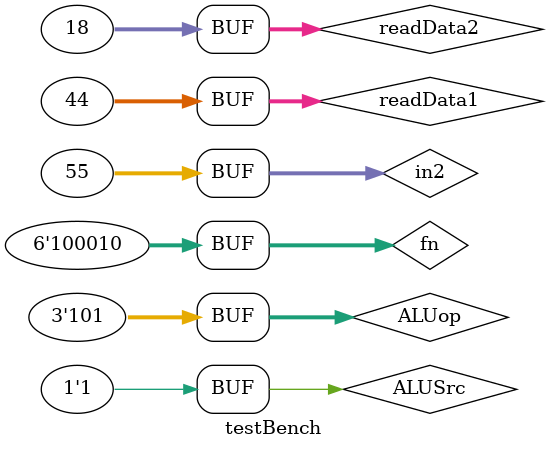
<source format=v>

module MIPSALU (ctl, readData1, lowerIn, shamt, ALUresult, zero);
// lowerIn is the mux output

input [3:0] ctl;
input [31:0] readData1,lowerIn;
input [4:0] shamt;
output reg [31:0] ALUresult;
output zero;

// Zero flag equals 1. if the output equals zero
assign zero = (ALUresult == 0);

always @ (ctl, readData1, lowerIn)
 case(ctl)
	0:ALUresult <= readData1 & lowerIn;		//and
	1:ALUresult <= readData1 | lowerIn;		//or (ori)
	2:ALUresult <= readData1 + lowerIn;		//add (lw, sw, addi)
	6:ALUresult <= readData1 - lowerIn;		//sub (beq)
	7:ALUresult <= readData1 < lowerIn ? 1:0;	//slt
	//12:ALUresult <= ~ (readData1 | lowerIn);	//nor
	14:ALUresult <= lowerIn >> shamt;		//sll
	default:ALUresult <= 0;
 endcase
endmodule

module ALUcontol (fn, ALUop, ctl);

input [2:0] ALUop;
input [5:0] fn;
output reg [3:0] ctl;

always @ (fn, ALUop)
// Add for load and stores
 if (ALUop == 3'b000)
 begin
	ctl <= 2;
 end
// Subtract for beq
 else if (ALUop == 3'b001)
 begin
	ctl <= 6;
 end
// Determined by funct for R-format
else if (ALUop == 3'b010)
 begin
   case(fn)
	32:ctl <= 2;	//add
	34:ctl <= 6;	//sub
	36:ctl <= 0;	//and
	37:ctl <= 1;	//or
	42:ctl <= 7;	//slt
	0:ctl <= 14;	//sll
	default:ctl <= 0;
   endcase
 end
// add for addi
else if (ALUop == 3'b011)
 begin
	ctl <= 0;
 end
// or for ori
else if (ALUop == 3'b100)
 begin
	ctl <= 1;
 end
// sub for beq
else if (ALUop == 3'b101)
 begin
	ctl <= 1;
 end

else
	ctl <= 1;
endmodule

module ALUMux (MUXout, readData2, in2, ALUSrc);

output [31:0] MUXout;
input [31:0] readData2, in2;
input ALUSrc;
assign  MUXout = (ALUSrc == 1'b0)? readData2:
		 (ALUSrc == 1'b1)? in2:
		1'bx;
endmodule

module testBench();

// All must be 32-bits, or it will simulate with warnings, but with misleading numbers
// Input must be readData1 reg in testing
reg [31:0] readData1, lowerIn;
reg [2:0] ALUop;
reg [4:0] shamt;
reg [5:0] fn;
reg [31:0] readData2;
reg [31:0] in2;
reg ALUSrc;

// Outpt must be readData1 wire in testing (may not type wire)
wire [31:0] ALUresult;
wire [3:0] ctl;
wire zero;
wire [31:0] MUXout;

initial 

begin

$monitor ("readData1 = %d, lowerIn = %d, ALUop = %d, fn = %d, ctl= %b, zero = %b, ALUresult = %d", readData1, MUXout, ALUop, fn, ctl, zero, ALUresult);

ALUop = 3'b010;
fn =32;
readData1=34;
readData2=47;
in2=55;
ALUSrc=1;

#5
ALUop = 3'b010;
fn =34;
readData1=44;
readData2=18;
in2=55;
ALUSrc=1;

#5
ALUop = 3'b010;
fn =36;
readData1=4515;
readData2=777;
in2=55;
ALUSrc=1;

#5
ALUop = 3'b010;
fn =37;
readData1=80;
readData2=2;
in2=55;
ALUSrc=1;

#5
ALUop = 3'b010;
fn =42;
readData1=9584;
readData2=1888;
in2=55;
ALUSrc=1;

#5
ALUop = 3'b000;
fn =34;
readData1=44;
readData2=18;
in2=55;
ALUSrc=1;

#5
ALUop = 3'b001;
fn =34;
readData1=44;
readData2=18;
in2=55;
ALUSrc=1;

#5
ALUop = 3'b011;
fn =34;
readData1=44;
readData2=18;
in2=55;
ALUSrc=1;

#5
ALUop = 3'b100;
fn =34;
readData1=44;
readData2=18;
in2=55;
ALUSrc=1;

#5
ALUop = 3'b101;
fn =34;
readData1=44;
readData2=18;
in2=55;
ALUSrc=1;

end

MIPSALU m1 (ctl, readData1, MUXout, shamt, ALUresult, zero);
ALUcontol c1 (fn, ALUop, ctl);
ALUMux mux1(MUXout, readData2, in2, ALUSrc);

endmodule




</source>
